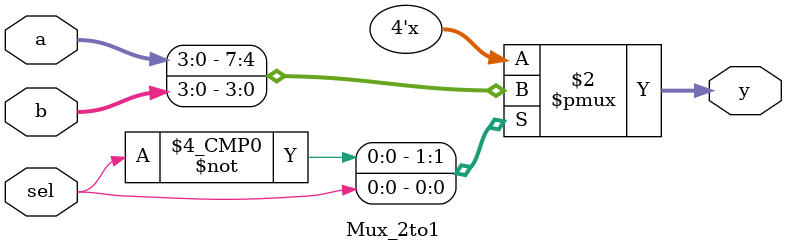
<source format=v>
module Mux_2to1(
    input [3:0] a,
    input [3:0]b,
    input sel,
    output reg [3:0]y
    );
    
    always@(a or b or sel)begin
    case(sel)
        1'b0:y<=a;
        1'b1:y<=b;
    endcase
    end
        
endmodule

</source>
